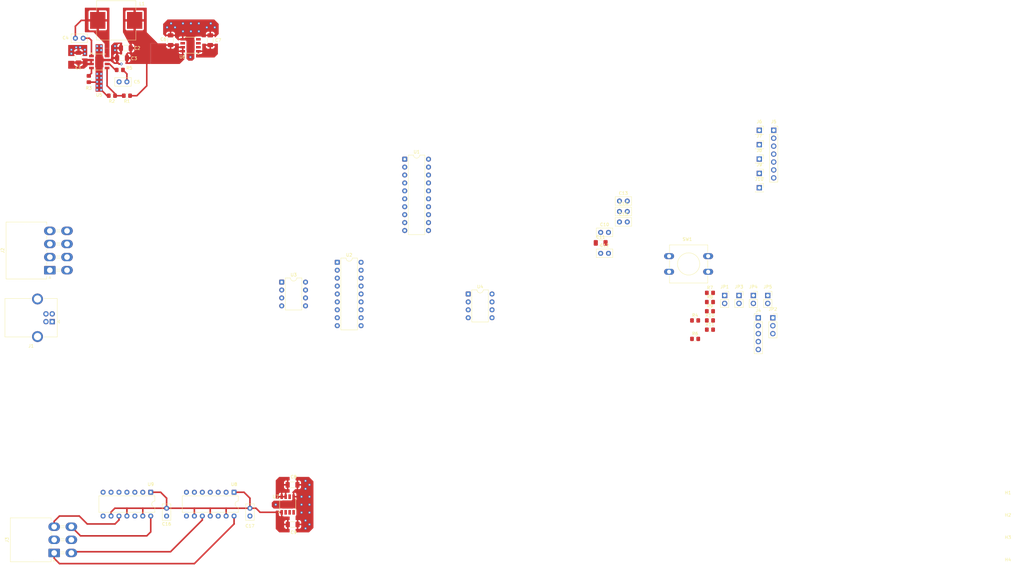
<source format=kicad_pcb>
(kicad_pcb (version 20241229) (generator "pcbnew") (generator_version "9.0")
  (layers (0 "F.Cu" signal) (2 "B.Cu" power) (13 "F.Paste" user) (15 "B.Paste" user) (5 "F.SilkS" user "F.Silkscreen") (7 "B.SilkS" user "B.Silkscreen") (1 "F.Mask" user) (3 "B.Mask" user) (25 "Edge.Cuts" user))
  (net 0 "")
  (net 1 "+12V")
  (net 2 "GND")
  (net 3 "+6.5V")
  (net 4 "Net-(U5-BST)")
  (net 5 "Net-(U5-SW)")
  (net 6 "Net-(C5-Pad2)")
  (net 7 "+5V")
  (net 8 "+5VA")
  (net 9 "Net-(U1-Vusb3v3)")
  (net 10 "Net-(JP1-A)")
  (net 12 "/USB_D+")
  (net 13 "VBUS")
  (net 15 "/USB_D-")
  (net 16 "/CAN_L")
  (net 17 "/Tach")
  (net 18 "/Speed")
  (net 19 "/CAN_H")
  (net 20 "/AN1")
  (net 21 "/AN4")
  (net 22 "/AN2")
  (net 23 "/AN3")
  (net 24 "/ICSP_~{MCLR}")
  (net 25 "/ICSP_CLK")
  (net 26 "/ICSP_DAT")
  (net 27 "/DAC1_~{CS}")
  (net 28 "/MISO")
  (net 29 "/ROM_~{CS}")
  (net 30 "/DAC2_~{CS}")
  (net 31 "/SCK")
  (net 32 "/MOSI")
  (net 33 "/CAN_~{CS}")
  (net 34 "/INT")
  (net 35 "Net-(JP2-A)")
  (net 36 "Net-(JP5-B)")
  (net 37 "Net-(U5-FB)")
  (net 38 "Net-(U5-RT{slash}CLK)")
  (net 39 "/~{MCLR}")
  (net 40 "Net-(U5-COMP)")
  (net 43 "/CLK")
  (net 44 "Net-(U2-RXCAN)")
  (net 49 "Net-(U2-TXCAN)")
  (footprint "Connector_PinSocket_2.54mm:PinSocket_1x02_P2.54mm_Vertical" (layer "F.Cu") (at 268.575 135.1)
    (property "Reference" "JP5")
    (property "Value" "Term")
  )
  (footprint "Package_DIP:DIP-14_W7.62mm" (layer "F.Cu") (at 97.79 198.12 -90)
    (property "Reference" "U8")
    (property "Value" "MCP4912" (hide yes))
  )
  (footprint "Capacitor_THT:C_Disc_D5.0mm_W2.5mm_P2.50mm" (layer "F.Cu") (at 221.115 111.55)
    (property "Reference" "C15")
    (property "Value" "100n")
  )
  (footprint "Connector_PinSocket_2.54mm:PinSocket_1x02_P2.54mm_Vertical" (layer "F.Cu") (at 259.375 135.1)
    (property "Reference" "JP3")
    (property "Value" "USB_PWR")
  )
  (footprint "Capacitor_THT:C_Disc_D5.0mm_W2.5mm_P2.50mm" (layer "F.Cu") (at 221.115 104.85)
    (property "Reference" "C13")
    (property "Value" "100n")
  )
  (footprint "Connector_PinHeader_2.54mm:PinHeader_1x05_P2.54mm_Vertical" (layer "F.Cu") (at 265.555 142.25)
    (property "Reference" "J4")
    (property "Value" "ICSP")
  )
  (footprint "Capacitor_THT:C_Disc_D5.0mm_W2.5mm_P2.50mm" (layer "F.Cu") (at 76.2 203.24 -90)
    (property "Reference" "C16")
    (property "Value" "100n" (hide yes))
  )
  (footprint "Connector_PinSocket_2.54mm:PinSocket_1x03_P2.54mm_Vertical" (layer "F.Cu") (at 270.205 142.25)
    (property "Reference" "JP2")
    (property "Value" "Prog")
  )
  (footprint "Connector_PinSocket_2.54mm:PinSocket_1x07_P2.54mm_Vertical" (layer "F.Cu") (at 270.475 82.2)
    (property "Reference" "J5")
    (property "Value" "SPI debug")
  )
  (footprint "Resistor_SMD:R_0805_2012Metric_Pad1.20x1.40mm_HandSolder" (layer "F.Cu") (at 250.075 137.2)
    (property "Reference" "R8")
    (property "Value" "120")
  )
  (footprint "Resistor_SMD:R_0805_2012Metric_Pad1.20x1.40mm_HandSolder" (layer "F.Cu") (at 63.5 71.12)
    (property "Reference" "R1")
    (property "Value" "73k2" (hide yes))
  )
  (footprint "Connector_PinSocket_2.54mm:PinSocket_1x02_P2.54mm_Vertical" (layer "F.Cu") (at 254.775 135.1)
    (property "Reference" "JP1")
    (property "Value" "~{Prog}")
  )
  (footprint "Capacitor_THT:C_Disc_D5.0mm_W2.5mm_P2.50mm" (layer "F.Cu") (at 47.01 52.705)
    (property "Reference" "C4")
    (property "Value" "100n" (hide yes))
  )
  (footprint "Capacitor_THT:C_Disc_D5.0mm_W2.5mm_P2.50mm" (layer "F.Cu") (at 215.105 121.6)
    (property "Reference" "C12")
    (property "Value" "100n")
  )
  (footprint "Capacitor_SMD:C_1206_3216Metric_Pad1.33x1.80mm_HandSolder" (layer "F.Cu") (at 215.105 118.25)
    (property "Reference" "C11")
    (property "Value" "1u")
  )
  (footprint "Package_DIP:DIP-8_W7.62mm" (layer "F.Cu") (at 172.72 134.62)
    (property "Reference" "U4")
    (property "Value" "25LC160C")
  )
  (footprint "Resistor_SMD:R_0805_2012Metric_Pad1.20x1.40mm_HandSolder" (layer "F.Cu") (at 250.075 143.1)
    (property "Reference" "R10")
    (property "Value" "10k")
  )
  (footprint "Capacitor_SMD:C_1206_3216Metric_Pad1.33x1.80mm_HandSolder" (layer "F.Cu") (at 77.47 53.34 90)
    (property "Reference" "C6")
    (property "Value" "22u" (hide yes))
  )
  (footprint "Connector_PinSocket_2.54mm:PinSocket_1x01_P2.54mm_Vertical" (layer "F.Cu") (at 265.875 96)
    (property "Reference" "J9")
    (property "Value" "Conn_01x01_Socket")
  )
  (footprint "Capacitor_THT:C_Disc_D5.0mm_W2.5mm_P2.50mm" (layer "F.Cu") (at 61 66.675)
    (property "Reference" "C5")
    (property "Value" "100n" (hide yes))
  )
  (footprint "Resistor_SMD:R_0805_2012Metric_Pad1.20x1.40mm_HandSolder" (layer "F.Cu") (at 51.308 65.77 -90)
    (property "Reference" "R3")
    (property "Value" "50k" (hide yes))
  )
  (footprint "Button_Switch_THT:SW_PUSH-12mm" (layer "F.Cu") (at 237 122.5)
    (property "Reference" "SW1")
    (property "Value" "Reset")
  )
  (footprint "Resistor_SMD:R_0805_2012Metric_Pad1.20x1.40mm_HandSolder" (layer "F.Cu") (at 58.69 71.12)
    (property "Reference" "R2")
    (property "Value" "10k" (hide yes))
  )
  (footprint "Connector_PinSocket_2.54mm:PinSocket_1x01_P2.54mm_Vertical" (layer "F.Cu") (at 265.875 86.8)
    (property "Reference" "J7")
    (property "Value" "Conn_01x01_Socket")
  )
  (footprint "Connector_Molex:Molex_Mini-Fit_Jr_5569-06A2_2x03_P4.20mm_Horizontal" (layer "F.Cu") (at 40.22 217.56 90)
    (property "Reference" "J3")
    (property "Value" "Analog")
  )
  (footprint "Resistor_SMD:R_0805_2012Metric_Pad1.20x1.40mm_HandSolder" (layer "F.Cu") (at 250.075 146.05)
    (property "Reference" "R11")
    (property "Value" "10k")
  )
  (footprint "Connector_Molex:Molex_Mini-Fit_Jr_5569-08A2_2x04_P4.20mm_Horizontal" (layer "F.Cu") (at 38.835 127 90)
    (property "Reference" "J2")
    (property "Value" "Conn_02x04_Top_Bottom")
  )
  (footprint "Capacitor_THT:C_Disc_D5.0mm_W2.5mm_P2.50mm" (layer "F.Cu") (at 221.115 108.2)
    (property "Reference" "C14")
    (property "Value" "100n")
  )
  (footprint "Resistor_SMD:R_0805_2012Metric_Pad1.20x1.40mm_HandSolder" (layer "F.Cu") (at 61.23 62.865 180)
    (property "Reference" "R5")
    (property "Value" "12k" (hide yes))
  )
  (footprint "Package_DIP:DIP-14_W7.62mm" (layer "F.Cu") (at 71.12 198.12 -90)
    (property "Reference" "U9")
    (property "Value" "MCP4912" (hide yes))
  )
  (footprint "Connector_USB:USB_B_OST_USB-B1HSxx_Horizontal" (layer "F.Cu") (at 39.5975 143.49 180)
    (property "Reference" "J1")
    (property "Value" "USB_B")
  )
  (footprint "Capacitor_SMD:C_1206_3216Metric_Pad1.33x1.80mm_HandSolder" (layer "F.Cu") (at 116.4975 195.73875)
    (property "Reference" "C8")
    (property "Value" "22u" (hide yes))
  )
  (footprint "MountingHole:MountingHole_3.2mm_M3_DIN965" (layer "F.Cu") (at 345.44 209.22)
    (property "Reference" "H2")
    (property "Value" "MountingHole")
  )
  (footprint "MountingHole:MountingHole_3.2mm_M3_DIN965" (layer "F.Cu") (at 345.44 216.37)
    (property "Reference" "H3")
    (property "Value" "MountingHole")
  )
  (footprint "Package_SO:Diodes_SO-8EP" (layer "F.Cu") (at 114.935 202.04625 90)
    (property "Reference" "U7")
    (property "Value" "AP7375Q" (hide yes))
  )
  (footprint "Connector_PinSocket_2.54mm:PinSocket_1x01_P2.54mm_Vertical" (layer "F.Cu") (at 265.875 100.6)
    (property "Reference" "J10")
    (property "Value" "Conn_01x01_Socket")
  )
  (footprint "MountingHole:MountingHole_3.2mm_M3_DIN965" (layer "F.Cu") (at 345.44 223.52)
    (property "Reference" "H4")
    (property "Value" "MountingHole")
  )
  (footprint "Connector_PinSocket_2.54mm:PinSocket_1x02_P2.54mm_Vertical" (layer "F.Cu") (at 263.975 135.1)
    (property "Reference" "JP4")
    (property "Value" "USB_PWR")
  )
  (footprint "Capacitor_SMD:C_1206_3216Metric_Pad1.33x1.80mm_HandSolder" (layer "F.Cu") (at 48.006 58.928 90)
    (property "Reference" "C1")
    (property "Value" "22u" (hide yes))
  )
  (footprint "Connector_PinSocket_2.54mm:PinSocket_1x01_P2.54mm_Vertical" (layer "F.Cu") (at 265.875 82.2)
    (property "Reference" "J6")
    (property "Value" "Conn_01x01_Socket")
  )
  (footprint "Package_DIP:DIP-20_W7.62mm" (layer "F.Cu") (at 152.4 91.44)
    (property "Reference" "U1")
    (property "Value" "PIC16F1459-IP")
  )
  (footprint "Package_SO:Diodes_SO-8EP" (layer "F.Cu") (at 54.6525 60.325)
    (property "Reference" "U5")
    (property "Value" "AP64100Q" (hide yes))
  )
  (footprint "Resistor_SMD:R_0805_2012Metric_Pad1.20x1.40mm_HandSolder" (layer "F.Cu") (at 250.075 140.15)
    (property "Reference" "R9")
    (property "Value" "10k")
  )
  (footprint "Inductor_SMD:L_Wuerth_WE-PD-Typ-LS_Handsoldering" (layer "F.Cu") (at 60.071 46.99)
    (property "Reference" "L1")
    (property "Value" "15u" (hide yes))
  )
  (footprint "Package_DIP:DIP-18_W7.62mm" (layer "F.Cu") (at 130.815 124.46)
    (property "Reference" "U2")
    (property "Value" "MCP2515-I/P")
  )
  (footprint "Capacitor_SMD:C_1206_3216Metric_Pad1.33x1.80mm_HandSolder" (layer "F.Cu") (at 61.9375 59.055)
    (property "Reference" "C3")
    (property "Value" "22u" (hide yes))
  )
  (footprint "Resistor_SMD:R_0805_2012Metric_Pad1.20x1.40mm_HandSolder" (layer "F.Cu") (at 250.075 134.25)
    (property "Reference" "R7")
    (property "Value" "10k")
  )
  (footprint "Capacitor_THT:C_Disc_D5.0mm_W2.5mm_P2.50mm" (layer "F.Cu") (at 215.105 114.9)
    (property "Reference" "C10")
    (property "Value" "100n")
  )
  (footprint "Capacitor_SMD:C_1206_3216Metric_Pad1.33x1.80mm_HandSolder" (layer "F.Cu") (at 63.1575 55.88)
    (property "Reference" "C2")
    (property "Value" "22u" (hide yes))
  )
  (footprint "Connector_PinSocket_2.54mm:PinSocket_1x01_P2.54mm_Vertical" (layer "F.Cu") (at 265.875 91.4)
    (property "Reference" "J8")
    (property "Value" "Conn_01x01_Socket")
  )
  (footprint "Resistor_SMD:R_0805_2012Metric_Pad1.20x1.40mm_HandSolder" (layer "F.Cu") (at 245.325 149)
    (property "Reference" "R6")
    (property "Value" "10k")
  )
  (footprint "Capacitor_SMD:C_1206_3216Metric_Pad1.33x1.80mm_HandSolder" (layer "F.Cu") (at 116.5475 208.43875)
    (property "Reference" "C9")
    (property "Value" "22u" (hide yes))
  )
  (footprint "MountingHole:MountingHole_3.2mm_M3_DIN965" (layer "F.Cu") (at 345.44 202.07)
    (property "Reference" "H1")
    (property "Value" "MountingHole")
  )
  (footprint "Package_DIP:DIP-8_W7.62mm" (layer "F.Cu") (at 113.035 130.81)
    (property "Reference" "U3")
    (property "Value" "MCP2561-E-P")
  )
  (footprint "Capacitor_THT:C_Disc_D5.0mm_W2.5mm_P2.50mm" (layer "F.Cu") (at 102.87 203.24 -90)
    (property "Reference" "C17")
    (property "Value" "100n" (hide yes))
  )
  (footprint "Capacitor_SMD:C_1206_3216Metric_Pad1.33x1.80mm_HandSolder" (layer "F.Cu") (at 90.17 53.34 90)
    (property "Reference" "C7")
    (property "Value" "22u" (hide yes))
  )
  (footprint "Package_SO:Diodes_SO-8EP" (layer "F.Cu") (at 83.8625 54.9525 180)
    (property "Reference" "U6")
    (property "Value" "AP7375Q" (hide yes))
  )
  (footprint "Resistor_SMD:R_0805_2012Metric_Pad1.20x1.40mm_HandSolder" (layer "F.Cu") (at 245.325 143.1)
    (property "Reference" "R4")
    (property "Value" "220")
  )
  (segment (start 57.15 71.12) (end 55.245 69.215) (width 0.508) (layer "F.Cu") (net 2))
  (segment (start 61.722 60.96) (end 60.96 60.96) (width 0.508) (layer "F.Cu") (net 2))
  (segment (start 53.88 66.77) (end 53.975 66.675) (width 0.508) (layer "F.Cu") (net 2))
  (segment (start 60.96 60.96) (end 60.375 60.375) (width 0.508) (layer "F.Cu") (net 2))
  (segment (start 60.375 60.375) (end 60.375 59.055) (width 0.508) (layer "F.Cu") (net 2))
  (segment (start 57.69 71.12) (end 57.15 71.12) (width 0.508) (layer "F.Cu") (net 2))
  (segment (start 51.308 66.77) (end 53.88 66.77) (width 0.508) (layer "F.Cu") (net 2))
  (via (at 121.92 199.54875) (size 0.8128) (drill 0.4) (layers "F.Cu" "B.Cu") (net 2))
  (via (at 47.244 55.626) (size 0.8128) (drill 0.4) (layers "F.Cu" "B.Cu") (net 2))
  (via (at 55.245 69.215) (size 0.8128) (drill 0.4) (layers "F.Cu" "B.Cu") (net 2))
  (via (at 83.97875 50.5075) (size 0.8128) (drill 0.4) (layers "F.Cu" "B.Cu") (net 2))
  (via (at 53.975 69.215) (size 0.8128) (drill 0.4) (layers "F.Cu" "B.Cu") (net 2))
  (via (at 120.65 194.46875) (size 0.8128) (drill 0.4) (layers "F.Cu" "B.Cu") (net 2))
  (via (at 53.975 56.515) (size 0.8128) (drill 0.4) (layers "F.Cu" "B.Cu") (net 2))
  (via (at 76.35875 49.2375) (size 0.8128) (drill 0.4) (layers "F.Cu" "B.Cu") (net 2))
  (via (at 119.38 199.54875) (size 0.8128) (drill 0.4) (layers "F.Cu" "B.Cu") (net 2))
  (via (at 86.51875 47.9675) (size 0.8128) (drill 0.4) (layers "F.Cu" "B.Cu") (net 2))
  (via (at 53.975 65.405) (size 0.8128) (drill 0.4) (layers "F.Cu" "B.Cu") (net 2))
  (via (at 86.51875 50.5075) (size 0.8128) (drill 0.4) (layers "F.Cu" "B.Cu") (net 2))
  (via (at 120.65 209.70875) (size 0.8128) (drill 0.4) (layers "F.Cu" "B.Cu") (net 2))
  (via (at 59.69 55.245) (size 0.8128) (drill 0.4) (layers "F.Cu" "B.Cu") (net 2))
  (via (at 91.59875 49.2375) (size 0.8128) (drill 0.4) (layers "F.Cu" "B.Cu") (net 2))
  (via (at 55.245 56.515) (size 0.8128) (drill 0.4) (layers "F.Cu" "B.Cu") (net 2))
  (via (at 121.92 208.43875) (size 0.8128) (drill 0.4) (layers "F.Cu" "B.Cu") (net 2))
  (via (at 81.43875 50.5075) (size 0.8128) (drill 0.4) (layers "F.Cu" "B.Cu") (net 2))
  (via (at 55.245 67.945) (size 0.8128) (drill 0.4) (layers "F.Cu" "B.Cu") (net 2))
  (via (at 120.65 207.16875) (size 0.8128) (drill 0.4) (layers "F.Cu" "B.Cu") (net 2))
  (via (at 45.72 57.658) (size 0.8128) (drill 0.4) (layers "F.Cu" "B.Cu") (net 2))
  (via (at 78.89875 49.2375) (size 0.8128) (drill 0.4) (layers "F.Cu" "B.Cu") (net 2))
  (via (at 120.65 197.00875) (size 0.8128) (drill 0.4) (layers "F.Cu" "B.Cu") (net 2))
  (via (at 55.245 66.675) (size 0.8128) (drill 0.4) (layers "F.Cu" "B.Cu") (net 2))
  (via (at 61.722 60.96) (size 0.8128) (drill 0.4) (layers "F.Cu" "B.Cu") (net 2))
  (via (at 45.72 56.388) (size 0.8128) (drill 0.4) (layers "F.Cu" "B.Cu") (net 2))
  (via (at 119.38 204.62875) (size 0.8128) (drill 0.4) (layers "F.Cu" "B.Cu") (net 2))
  (via (at 55.245 65.405) (size 0.8128) (drill 0.4) (layers "F.Cu" "B.Cu") (net 2))
  (via (at 119.38 202.08875) (size 0.8128) (drill 0.4) (layers "F.Cu" "B.Cu") (net 2))
  (via (at 83.97875 47.9675) (size 0.8128) (drill 0.4) (layers "F.Cu" "B.Cu") (net 2))
  (via (at 121.92 195.73875) (size 0.8128) (drill 0.4) (layers "F.Cu" "B.Cu") (net 2))
  (via (at 59.69 56.515) (size 0.8128) (drill 0.4) (layers "F.Cu" "B.Cu") (net 2))
  (via (at 50.038 56.388) (size 0.8128) (drill 0.4) (layers "F.Cu" "B.Cu") (net 2))
  (via (at 53.975 67.945) (size 0.8128) (drill 0.4) (layers "F.Cu" "B.Cu") (net 2))
  (via (at 50.038 57.658) (size 0.8128) (drill 0.4) (layers "F.Cu" "B.Cu") (net 2))
  (via (at 121.92 202.08875) (size 0.8128) (drill 0.4) (layers "F.Cu" "B.Cu") (net 2))
  (via (at 53.975 66.675) (size 0.8128) (drill 0.4) (layers "F.Cu" "B.Cu") (net 2))
  (via (at 90.32875 47.9675) (size 0.8128) (drill 0.4) (layers "F.Cu" "B.Cu") (net 2))
  (via (at 77.62875 47.9675) (size 0.8128) (drill 0.4) (layers "F.Cu" "B.Cu") (net 2))
  (via (at 48.514 55.626) (size 0.8128) (drill 0.4) (layers "F.Cu" "B.Cu") (net 2))
  (via (at 83.82 58.7625) (size 0.8128) (drill 0.4) (layers "F.Cu" "B.Cu") (net 2))
  (via (at 53.975 64.135) (size 0.8128) (drill 0.4) (layers "F.Cu" "B.Cu") (net 2))
  (via (at 53.975 55.245) (size 0.8128) (drill 0.4) (layers "F.Cu" "B.Cu") (net 2))
  (via (at 121.92 204.62875) (size 0.8128) (drill 0.4) (layers "F.Cu" "B.Cu") (net 2))
  (via (at 55.245 64.135) (size 0.8128) (drill 0.4) (layers "F.Cu" "B.Cu") (net 2))
  (via (at 89.05875 49.2375) (size 0.8128) (drill 0.4) (layers "F.Cu" "B.Cu") (net 2))
  (via (at 81.43875 47.9675) (size 0.8128) (drill 0.4) (layers "F.Cu" "B.Cu") (net 2))
  (via (at 111.125 202.08875) (size 0.8128) (drill 0.4) (layers "F.Cu" "B.Cu") (net 2))
  (via (at 55.245 55.245) (size 0.8128) (drill 0.4) (layers "F.Cu" "B.Cu") (net 2))
  (segment (start 68.58 59.055) (end 63.5 59.055) (width 0.508) (layer "F.Cu") (net 3))
  (segment (start 69.85 67.945) (end 69.85 60.325) (width 0.508) (layer "F.Cu") (net 3))
  (segment (start 69.85 60.325) (end 68.58 59.055) (width 0.508) (layer "F.Cu") (net 3))
  (segment (start 64.5 71.12) (end 66.675 71.12) (width 0.508) (layer "F.Cu") (net 3))
  (segment (start 66.675 71.12) (end 69.85 67.945) (width 0.508) (layer "F.Cu") (net 3))
  (segment (start 52.155 58.42) (end 52.155 53.425) (width 0.508) (layer "F.Cu") (net 4))
  (segment (start 52.155 53.425) (end 51.435 52.705) (width 0.508) (layer "F.Cu") (net 4))
  (segment (start 51.435 52.705) (end 49.51 52.705) (width 0.508) (layer "F.Cu") (net 4))
  (segment (start 47.01 52.705) (end 47.01 48.875) (width 0.508) (layer "F.Cu") (net 5))
  (segment (start 48.895 46.99) (end 54.171 46.99) (width 0.508) (layer "F.Cu") (net 5))
  (segment (start 47.01 48.875) (end 48.895 46.99) (width 0.508) (layer "F.Cu") (net 5))
  (segment (start 63.5 64.135) (end 62.23 62.865) (width 0.508) (layer "F.Cu") (net 6))
  (segment (start 63.5 66.675) (end 63.5 64.135) (width 0.508) (layer "F.Cu") (net 6))
  (segment (start 90.17 205.74) (end 90.17 203.24) (width 0.508) (layer "F.Cu") (net 8))
  (segment (start 95.25 205.74) (end 95.25 203.24) (width 0.508) (layer "F.Cu") (net 8))
  (segment (start 85.09 203.24) (end 76.2 203.24) (width 0.508) (layer "F.Cu") (net 8))
  (segment (start 113.03 204.54375) (end 106.11875 204.54375) (width 0.508) (layer "F.Cu") (net 8))
  (segment (start 100.965 198.12) (end 102.87 200.025) (width 0.508) (layer "F.Cu") (net 8))
  (segment (start 68.58 205.74) (end 68.58 203.24) (width 0.508) (layer "F.Cu") (net 8))
  (segment (start 102.87 203.24) (end 95.25 203.24) (width 0.508) (layer "F.Cu") (net 8))
  (segment (start 102.87 200.025) (end 102.87 203.24) (width 0.508) (layer "F.Cu") (net 8))
  (segment (start 71.12 198.12) (end 74.295 198.12) (width 0.508) (layer "F.Cu") (net 8))
  (segment (start 97.79 198.12) (end 100.965 198.12) (width 0.508) (layer "F.Cu") (net 8))
  (segment (start 90.17 203.24) (end 85.09 203.24) (width 0.508) (layer "F.Cu") (net 8))
  (segment (start 74.295 198.12) (end 76.2 200.025) (width 0.508) (layer "F.Cu") (net 8))
  (segment (start 58.42 204.47) (end 58.42 205.74) (width 0.508) (layer "F.Cu") (net 8))
  (segment (start 63.5 203.24) (end 59.65 203.24) (width 0.508) (layer "F.Cu") (net 8))
  (segment (start 95.25 203.24) (end 90.17 203.24) (width 0.508) (layer "F.Cu") (net 8))
  (segment (start 76.2 203.24) (end 68.58 203.24) (width 0.508) (layer "F.Cu") (net 8))
  (segment (start 68.58 203.24) (end 63.5 203.24) (width 0.508) (layer "F.Cu") (net 8))
  (segment (start 106.11875 204.54375) (end 104.815 203.24) (width 0.508) (layer "F.Cu") (net 8))
  (segment (start 85.09 205.74) (end 85.09 203.24) (width 0.508) (layer "F.Cu") (net 8))
  (segment (start 104.815 203.24) (end 102.87 203.24) (width 0.508) (layer "F.Cu") (net 8))
  (segment (start 59.65 203.24) (end 58.42 204.47) (width 0.508) (layer "F.Cu") (net 8))
  (segment (start 63.5 205.74) (end 63.5 203.24) (width 0.508) (layer "F.Cu") (net 8))
  (segment (start 76.2 200.025) (end 76.2 203.24) (width 0.508) (layer "F.Cu") (net 8))
  (segment (start 97.79 205.74) (end 97.79 208.28) (width 0.508) (layer "F.Cu") (net 20))
  (segment (start 85.09 220.98) (end 41.91 220.98) (width 0.508) (layer "F.Cu") (net 20))
  (segment (start 40.22 219.29) (end 40.22 217.56) (width 0.508) (layer "F.Cu") (net 20))
  (segment (start 41.91 220.98) (end 40.22 219.29) (width 0.508) (layer "F.Cu") (net 20))
  (segment (start 97.79 208.28) (end 85.09 220.98) (width 0.508) (layer "F.Cu") (net 20))
  (segment (start 48.26 205.74) (end 41.91 205.74) (width 0.508) (layer "F.Cu") (net 21))
  (segment (start 50.8 208.28) (end 48.26 205.74) (width 0.508) (layer "F.Cu") (net 21))
  (segment (start 41.91 205.74) (end 40.22 207.43) (width 0.508) (layer "F.Cu") (net 21))
  (segment (start 60.96 207.01) (end 59.69 208.28) (width 0.508) (layer "F.Cu") (net 21))
  (segment (start 40.22 207.43) (end 40.22 209.16) (width 0.508) (layer "F.Cu") (net 21))
  (segment (start 59.69 208.28) (end 50.8 208.28) (width 0.508) (layer "F.Cu") (net 21))
  (segment (start 60.96 205.74) (end 60.96 207.01) (width 0.508) (layer "F.Cu") (net 21))
  (segment (start 87.63 205.74) (end 87.63 207.01) (width 0.508) (layer "F.Cu") (net 22))
  (segment (start 46.11 217.17) (end 45.72 217.56) (width 0.508) (layer "F.Cu") (net 22))
  (segment (start 87.63 207.01) (end 77.47 217.17) (width 0.508) (layer "F.Cu") (net 22))
  (segment (start 77.47 217.17) (end 46.11 217.17) (width 0.508) (layer "F.Cu") (net 22))
  (segment (start 69.85 212.09) (end 48.65 212.09) (width 0.508) (layer "F.Cu") (net 23))
  (segment (start 71.12 205.74) (end 71.12 210.82) (width 0.508) (layer "F.Cu") (net 23))
  (segment (start 48.65 212.09) (end 45.72 209.16) (width 0.508) (layer "F.Cu") (net 23))
  (segment (start 71.12 210.82) (end 69.85 212.09) (width 0.508) (layer "F.Cu") (net 23))
  (segment (start 57.15 67.945) (end 59.69 70.485) (width 0.508) (layer "F.Cu") (net 37))
  (segment (start 59.69 71.12) (end 62.5 71.12) (width 0.508) (layer "F.Cu") (net 37))
  (segment (start 57.15 62.23) (end 57.15 67.945) (width 0.508) (layer "F.Cu") (net 37))
  (segment (start 59.69 70.485) (end 59.69 71.12) (width 0.508) (layer "F.Cu") (net 37))
  (segment (start 52.155 63.923) (end 51.308 64.77) (width 0.508) (layer "F.Cu") (net 38))
  (segment (start 52.155 62.23) (end 52.155 63.923) (width 0.508) (layer "F.Cu") (net 38))
  (segment (start 57.912 60.96) (end 59.817 62.865) (width 0.508) (layer "F.Cu") (net 40))
  (segment (start 59.817 62.865) (end 60.23 62.865) (width 0.508) (layer "F.Cu") (net 40))
  (segment (start 57.15 60.96) (end 57.912 60.96) (width 0.508) (layer "F.Cu") (net 40))
  (zone (net 7) (net_name "+5V") (layer "F.Cu") (priority 9) (connect_pads (clearance 0.5)) (min_thickness 0.25) (fill yes (thermal_gap 0.508) (thermal_bridge_width 0.508) (island_removal_mode 1) (island_area_min 9.999999))
    (polygon (pts (xy 92.61475 54.4445) (xy 92.61475 57.77825) (xy 91.5035 58.8895) (xy 85.62975 58.8895) (xy 85.62975 56.3495) (xy 87.53475 56.3495) (xy 87.53475 54.4445)))
  )
  (zone (net 2) (net_name "GND") (layer "F.Cu") (priority 7) (connect_pads yes (clearance 0.5)) (min_thickness 0.25) (fill yes (thermal_gap 0.508) (thermal_bridge_width 0.762) (island_removal_mode 1) (island_area_min 9.999999))
    (polygon (pts (xy 109.855 202.72375) (xy 110.49 203.35875) (xy 120.65 203.35875) (xy 120.65 198.27875) (xy 116.205 198.27875) (xy 116.205 200.81875) (xy 110.49 200.81875) (xy 109.855 201.45375)))
  )
  (zone (net 5) (net_name "Net-(U5-SW)") (layer "F.Cu") (priority 4) (connect_pads (clearance 0.5)) (min_thickness 0.25) (fill yes (thermal_gap 0.508) (thermal_bridge_width 0.762) (island_removal_mode 1) (island_area_min 9.999999))
    (polygon (pts (xy 56.388 55.88) (xy 56.388 54.492769) (xy 52.832 50.8) (xy 50.038 50.8) (xy 50.038 42.926) (xy 57.912 42.926) (xy 57.912 55.88)))
  )
  (zone (net 2) (net_name "GND") (layer "F.Cu") (priority 8) (connect_pads (clearance 0.5)) (min_thickness 0.25) (fill yes (thermal_gap 0.508) (thermal_bridge_width 0.508) (island_removal_mode 1) (island_area_min 9.999999))
    (polygon (pts (xy 91.797188 52.4125) (xy 92.86875 51.340938) (xy 92.86875 48.12625) (xy 91.44 46.6975) (xy 76.5175 46.6975) (xy 75.08875 48.12625) (xy 75.08875 51.46) (xy 76.04125 52.4125) (xy 78.89875 52.4125) (xy 80.16875 53.6825) (xy 82.07375 53.6825) (xy 82.07375 52.4125)))
  )
  (zone (net 2) (net_name "GND") (layer "F.Cu") (connect_pads (clearance 0.5)) (min_thickness 0.25) (fill yes (thermal_gap 0.508) (thermal_bridge_width 0.762) (island_removal_mode 1) (island_area_min 9.999999))
    (polygon (pts (xy 44.704 58.42) (xy 44.704 54.864) (xy 50.8 54.864) (xy 50.8 58.42)))
  )
  (zone (net 2) (net_name "GND") (layer "F.Cu") (priority 7) (connect_pads yes (clearance 0.5)) (min_thickness 0.25) (fill yes (thermal_gap 0.508) (thermal_bridge_width 0.762) (island_removal_mode 1) (island_area_min 9.999999))
    (polygon (pts (xy 84.455 59.9055) (xy 85.09 59.2705) (xy 85.09 49.1105) (xy 80.01 49.1105) (xy 80.01 53.5555) (xy 82.55 53.5555) (xy 82.55 59.2705) (xy 83.185 59.9055)))
  )
  (zone (net 3) (net_name "+6.5V") (layer "F.Cu") (priority 10) (connect_pads (clearance 0.5)) (min_thickness 0.25) (fill yes (thermal_gap 0.508) (thermal_bridge_width 0.508) (island_removal_mode 1) (island_area_min 9.999999))
    (polygon (pts (xy 71.12 54.356) (xy 80.264 54.356) (xy 80.264 54.864) (xy 81.915 54.864) (xy 81.915 59.436) (xy 80.391 60.96) (xy 71.12 60.96)))
  )
  (zone (net 2) (net_name "GND") (layer "F.Cu") (priority 2) (connect_pads (clearance 0.5)) (min_thickness 0.25) (fill yes (thermal_gap 0.508) (thermal_bridge_width 0.762))
    (polygon (pts (xy 56.642 59.182) (xy 57.9755 59.182) (xy 58.42 58.7375) (xy 58.42 55.0545) (xy 59.3725 54.102) (xy 61.976 54.102) (xy 61.976 57.912) (xy 60.96 57.912) (xy 60.96 60.579) (xy 60.579 60.96) (xy 59.436 60.96) (xy 58.42 60.198) (xy 56.642 60.198)))
  )
  (zone (net 2) (net_name "GND") (layer "F.Cu") (priority 8) (connect_pads (clearance 0.5)) (min_thickness 0.25) (fill yes (thermal_gap 0.508) (thermal_bridge_width 0.508) (island_removal_mode 1) (island_area_min 9.999999))
    (polygon (pts (xy 117.475 210.97875) (xy 121.76125 210.97875) (xy 123.19 209.55) (xy 123.19 194.6275) (xy 121.76125 193.19875) (xy 117.475 193.19875) (xy 117.475 197.00875) (xy 116.205 198.27875) (xy 116.205 200.18375) (xy 117.475 200.18375)))
  )
  (zone (net 5) (net_name "Net-(U5-SW)") (layer "F.Cu") (priority 3) (connect_pads yes (clearance 0.5)) (min_thickness 0.25) (fill yes (thermal_gap 0.508) (thermal_bridge_width 0.762) (island_removal_mode 1) (island_area_min 9.999999))
    (polygon (pts (xy 56.388 58.928) (xy 57.912 58.928) (xy 57.912 54.61) (xy 56.388 54.61)))
  )
  (zone (net 3) (net_name "+6.5V") (layer "F.Cu") (priority 5) (connect_pads (clearance 0.5)) (min_thickness 0.25) (fill yes (thermal_gap 0.508) (thermal_bridge_width 0.762) (island_removal_mode 1) (island_area_min 9.999999))
    (polygon (pts (xy 62.992 60.96) (xy 62.992 57.912) (xy 64.262 56.642) (xy 64.262 54.573714) (xy 62.23 50.8) (xy 62.23 42.926) (xy 69.85 42.926) (xy 69.85 50.8) (xy 73.406 54.356) (xy 73.406 60.96)))
  )
  (zone (net 2) (net_name "GND") (layer "F.Cu") (priority 1) (connect_pads yes (clearance 0.5)) (min_thickness 0.25) (fill yes (thermal_gap 0.3048) (thermal_bridge_width 0.762))
    (polygon (pts (xy 53.467 54.61) (xy 53.467 69.85) (xy 55.753 69.85) (xy 55.753 60.706) (xy 56.134 60.198) (xy 58.039 60.198) (xy 58.039 59.182) (xy 56.134 59.182) (xy 55.753 58.6105) (xy 55.753 54.61)))
  )
  (zone (net 3) (net_name "+6.5V") (layer "F.Cu") (priority 10) (connect_pads (clearance 0.5)) (min_thickness 0.25) (fill yes (thermal_gap 0.508) (thermal_bridge_width 0.508) (island_removal_mode 1) (island_area_min 9.999999))
    (polygon (pts (xy 115.57 193.19875) (xy 115.57 198.27875) (xy 114.935 198.27875) (xy 114.935 200.18375) (xy 111.125 200.18375) (xy 111.125 194.31) (xy 112.23625 193.19875)))
  )
  (zone (net 1) (net_name "+12V") (layer "F.Cu") (priority 6) (connect_pads (clearance 0.5)) (min_thickness 0.25) (fill yes (thermal_gap 0.508) (thermal_bridge_width 0.762) (island_removal_mode 1) (island_area_min 9.999999))
    (polygon (pts (xy 44.704 59.944) (xy 48.006 59.944) (xy 49.275999 59.182) (xy 52.324 59.182) (xy 52.324 61.468) (xy 51.054 61.468) (xy 49.784 62.484) (xy 44.704 62.484)))
  )
  (zone (net 8) (net_name "+5VA") (layer "F.Cu") (priority 9) (connect_pads (clearance 0.5)) (min_thickness 0.25) (fill yes (thermal_gap 0.508) (thermal_bridge_width 0.508) (island_removal_mode 1) (island_area_min 9.999999))
    (polygon (pts (xy 115.57 210.97875) (xy 112.23625 210.97875) (xy 111.125 209.8675) (xy 111.125 203.99375) (xy 113.665 203.99375) (xy 113.665 205.89875) (xy 115.57 205.89875)))
  )
)
</source>
